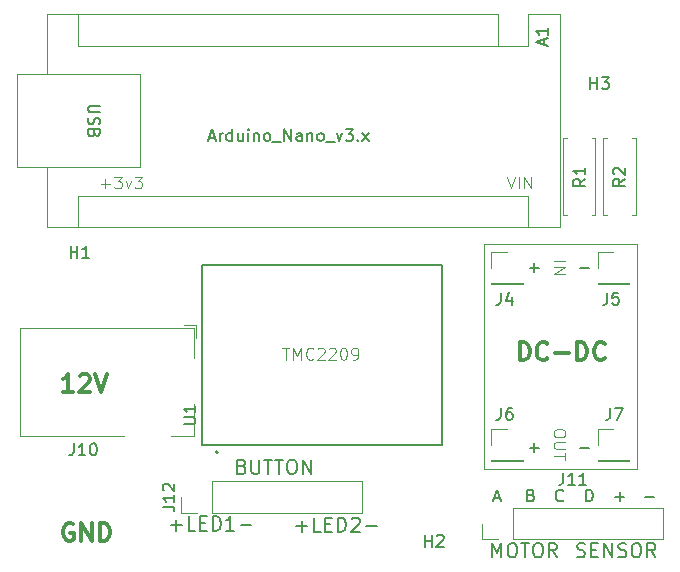
<source format=gbr>
%TF.GenerationSoftware,KiCad,Pcbnew,8.0.2*%
%TF.CreationDate,2024-05-31T10:43:30+02:00*%
%TF.ProjectId,LTS_Spooler,4c54535f-5370-46f6-9f6c-65722e6b6963,rev?*%
%TF.SameCoordinates,Original*%
%TF.FileFunction,Legend,Top*%
%TF.FilePolarity,Positive*%
%FSLAX46Y46*%
G04 Gerber Fmt 4.6, Leading zero omitted, Abs format (unit mm)*
G04 Created by KiCad (PCBNEW 8.0.2) date 2024-05-31 10:43:30*
%MOMM*%
%LPD*%
G01*
G04 APERTURE LIST*
%ADD10C,0.100000*%
%ADD11C,0.200000*%
%ADD12C,0.300000*%
%ADD13C,0.150000*%
%ADD14C,0.120000*%
%ADD15C,0.127000*%
G04 APERTURE END LIST*
D10*
X58127580Y-35553884D02*
X59127580Y-35553884D01*
X58127580Y-36030074D02*
X59127580Y-36030074D01*
X59127580Y-36030074D02*
X58127580Y-36601502D01*
X58127580Y-36601502D02*
X59127580Y-36601502D01*
X59127580Y-49994360D02*
X59127580Y-50184836D01*
X59127580Y-50184836D02*
X59079961Y-50280074D01*
X59079961Y-50280074D02*
X58984723Y-50375312D01*
X58984723Y-50375312D02*
X58794247Y-50422931D01*
X58794247Y-50422931D02*
X58460914Y-50422931D01*
X58460914Y-50422931D02*
X58270438Y-50375312D01*
X58270438Y-50375312D02*
X58175200Y-50280074D01*
X58175200Y-50280074D02*
X58127580Y-50184836D01*
X58127580Y-50184836D02*
X58127580Y-49994360D01*
X58127580Y-49994360D02*
X58175200Y-49899122D01*
X58175200Y-49899122D02*
X58270438Y-49803884D01*
X58270438Y-49803884D02*
X58460914Y-49756265D01*
X58460914Y-49756265D02*
X58794247Y-49756265D01*
X58794247Y-49756265D02*
X58984723Y-49803884D01*
X58984723Y-49803884D02*
X59079961Y-49899122D01*
X59079961Y-49899122D02*
X59127580Y-49994360D01*
X59127580Y-50851503D02*
X58318057Y-50851503D01*
X58318057Y-50851503D02*
X58222819Y-50899122D01*
X58222819Y-50899122D02*
X58175200Y-50946741D01*
X58175200Y-50946741D02*
X58127580Y-51041979D01*
X58127580Y-51041979D02*
X58127580Y-51232455D01*
X58127580Y-51232455D02*
X58175200Y-51327693D01*
X58175200Y-51327693D02*
X58222819Y-51375312D01*
X58222819Y-51375312D02*
X58318057Y-51422931D01*
X58318057Y-51422931D02*
X59127580Y-51422931D01*
X59127580Y-51756265D02*
X59127580Y-52327693D01*
X58127580Y-52041979D02*
X59127580Y-52041979D01*
D11*
X65869673Y-55486266D02*
X66631578Y-55486266D01*
X63369673Y-55486266D02*
X64131578Y-55486266D01*
X63750625Y-55867219D02*
X63750625Y-55105314D01*
X60869673Y-55867219D02*
X60869673Y-54867219D01*
X60869673Y-54867219D02*
X61107768Y-54867219D01*
X61107768Y-54867219D02*
X61250625Y-54914838D01*
X61250625Y-54914838D02*
X61345863Y-55010076D01*
X61345863Y-55010076D02*
X61393482Y-55105314D01*
X61393482Y-55105314D02*
X61441101Y-55295790D01*
X61441101Y-55295790D02*
X61441101Y-55438647D01*
X61441101Y-55438647D02*
X61393482Y-55629123D01*
X61393482Y-55629123D02*
X61345863Y-55724361D01*
X61345863Y-55724361D02*
X61250625Y-55819600D01*
X61250625Y-55819600D02*
X61107768Y-55867219D01*
X61107768Y-55867219D02*
X60869673Y-55867219D01*
X58941101Y-55771980D02*
X58893482Y-55819600D01*
X58893482Y-55819600D02*
X58750625Y-55867219D01*
X58750625Y-55867219D02*
X58655387Y-55867219D01*
X58655387Y-55867219D02*
X58512530Y-55819600D01*
X58512530Y-55819600D02*
X58417292Y-55724361D01*
X58417292Y-55724361D02*
X58369673Y-55629123D01*
X58369673Y-55629123D02*
X58322054Y-55438647D01*
X58322054Y-55438647D02*
X58322054Y-55295790D01*
X58322054Y-55295790D02*
X58369673Y-55105314D01*
X58369673Y-55105314D02*
X58417292Y-55010076D01*
X58417292Y-55010076D02*
X58512530Y-54914838D01*
X58512530Y-54914838D02*
X58655387Y-54867219D01*
X58655387Y-54867219D02*
X58750625Y-54867219D01*
X58750625Y-54867219D02*
X58893482Y-54914838D01*
X58893482Y-54914838D02*
X58941101Y-54962457D01*
X56203006Y-55343409D02*
X56345863Y-55391028D01*
X56345863Y-55391028D02*
X56393482Y-55438647D01*
X56393482Y-55438647D02*
X56441101Y-55533885D01*
X56441101Y-55533885D02*
X56441101Y-55676742D01*
X56441101Y-55676742D02*
X56393482Y-55771980D01*
X56393482Y-55771980D02*
X56345863Y-55819600D01*
X56345863Y-55819600D02*
X56250625Y-55867219D01*
X56250625Y-55867219D02*
X55869673Y-55867219D01*
X55869673Y-55867219D02*
X55869673Y-54867219D01*
X55869673Y-54867219D02*
X56203006Y-54867219D01*
X56203006Y-54867219D02*
X56298244Y-54914838D01*
X56298244Y-54914838D02*
X56345863Y-54962457D01*
X56345863Y-54962457D02*
X56393482Y-55057695D01*
X56393482Y-55057695D02*
X56393482Y-55152933D01*
X56393482Y-55152933D02*
X56345863Y-55248171D01*
X56345863Y-55248171D02*
X56298244Y-55295790D01*
X56298244Y-55295790D02*
X56203006Y-55343409D01*
X56203006Y-55343409D02*
X55869673Y-55343409D01*
X53072054Y-55581504D02*
X53548244Y-55581504D01*
X52976816Y-55867219D02*
X53310149Y-54867219D01*
X53310149Y-54867219D02*
X53643482Y-55867219D01*
D12*
X17440225Y-57772257D02*
X17297368Y-57700828D01*
X17297368Y-57700828D02*
X17083082Y-57700828D01*
X17083082Y-57700828D02*
X16868796Y-57772257D01*
X16868796Y-57772257D02*
X16725939Y-57915114D01*
X16725939Y-57915114D02*
X16654510Y-58057971D01*
X16654510Y-58057971D02*
X16583082Y-58343685D01*
X16583082Y-58343685D02*
X16583082Y-58557971D01*
X16583082Y-58557971D02*
X16654510Y-58843685D01*
X16654510Y-58843685D02*
X16725939Y-58986542D01*
X16725939Y-58986542D02*
X16868796Y-59129400D01*
X16868796Y-59129400D02*
X17083082Y-59200828D01*
X17083082Y-59200828D02*
X17225939Y-59200828D01*
X17225939Y-59200828D02*
X17440225Y-59129400D01*
X17440225Y-59129400D02*
X17511653Y-59057971D01*
X17511653Y-59057971D02*
X17511653Y-58557971D01*
X17511653Y-58557971D02*
X17225939Y-58557971D01*
X18154510Y-59200828D02*
X18154510Y-57700828D01*
X18154510Y-57700828D02*
X19011653Y-59200828D01*
X19011653Y-59200828D02*
X19011653Y-57700828D01*
X19725939Y-59200828D02*
X19725939Y-57700828D01*
X19725939Y-57700828D02*
X20083082Y-57700828D01*
X20083082Y-57700828D02*
X20297368Y-57772257D01*
X20297368Y-57772257D02*
X20440225Y-57915114D01*
X20440225Y-57915114D02*
X20511654Y-58057971D01*
X20511654Y-58057971D02*
X20583082Y-58343685D01*
X20583082Y-58343685D02*
X20583082Y-58557971D01*
X20583082Y-58557971D02*
X20511654Y-58843685D01*
X20511654Y-58843685D02*
X20440225Y-58986542D01*
X20440225Y-58986542D02*
X20297368Y-59129400D01*
X20297368Y-59129400D02*
X20083082Y-59200828D01*
X20083082Y-59200828D02*
X19725939Y-59200828D01*
X17440225Y-46600828D02*
X16583082Y-46600828D01*
X17011653Y-46600828D02*
X17011653Y-45100828D01*
X17011653Y-45100828D02*
X16868796Y-45315114D01*
X16868796Y-45315114D02*
X16725939Y-45457971D01*
X16725939Y-45457971D02*
X16583082Y-45529400D01*
X18011653Y-45243685D02*
X18083081Y-45172257D01*
X18083081Y-45172257D02*
X18225939Y-45100828D01*
X18225939Y-45100828D02*
X18583081Y-45100828D01*
X18583081Y-45100828D02*
X18725939Y-45172257D01*
X18725939Y-45172257D02*
X18797367Y-45243685D01*
X18797367Y-45243685D02*
X18868796Y-45386542D01*
X18868796Y-45386542D02*
X18868796Y-45529400D01*
X18868796Y-45529400D02*
X18797367Y-45743685D01*
X18797367Y-45743685D02*
X17940224Y-46600828D01*
X17940224Y-46600828D02*
X18868796Y-46600828D01*
X19297367Y-45100828D02*
X19797367Y-46600828D01*
X19797367Y-46600828D02*
X20297367Y-45100828D01*
D11*
X31737292Y-52914171D02*
X31908720Y-52971314D01*
X31908720Y-52971314D02*
X31965863Y-53028457D01*
X31965863Y-53028457D02*
X32023006Y-53142742D01*
X32023006Y-53142742D02*
X32023006Y-53314171D01*
X32023006Y-53314171D02*
X31965863Y-53428457D01*
X31965863Y-53428457D02*
X31908720Y-53485600D01*
X31908720Y-53485600D02*
X31794435Y-53542742D01*
X31794435Y-53542742D02*
X31337292Y-53542742D01*
X31337292Y-53542742D02*
X31337292Y-52342742D01*
X31337292Y-52342742D02*
X31737292Y-52342742D01*
X31737292Y-52342742D02*
X31851578Y-52399885D01*
X31851578Y-52399885D02*
X31908720Y-52457028D01*
X31908720Y-52457028D02*
X31965863Y-52571314D01*
X31965863Y-52571314D02*
X31965863Y-52685600D01*
X31965863Y-52685600D02*
X31908720Y-52799885D01*
X31908720Y-52799885D02*
X31851578Y-52857028D01*
X31851578Y-52857028D02*
X31737292Y-52914171D01*
X31737292Y-52914171D02*
X31337292Y-52914171D01*
X32537292Y-52342742D02*
X32537292Y-53314171D01*
X32537292Y-53314171D02*
X32594435Y-53428457D01*
X32594435Y-53428457D02*
X32651578Y-53485600D01*
X32651578Y-53485600D02*
X32765863Y-53542742D01*
X32765863Y-53542742D02*
X32994435Y-53542742D01*
X32994435Y-53542742D02*
X33108720Y-53485600D01*
X33108720Y-53485600D02*
X33165863Y-53428457D01*
X33165863Y-53428457D02*
X33223006Y-53314171D01*
X33223006Y-53314171D02*
X33223006Y-52342742D01*
X33623006Y-52342742D02*
X34308721Y-52342742D01*
X33965863Y-53542742D02*
X33965863Y-52342742D01*
X34537292Y-52342742D02*
X35223007Y-52342742D01*
X34880149Y-53542742D02*
X34880149Y-52342742D01*
X35851578Y-52342742D02*
X36080150Y-52342742D01*
X36080150Y-52342742D02*
X36194435Y-52399885D01*
X36194435Y-52399885D02*
X36308721Y-52514171D01*
X36308721Y-52514171D02*
X36365864Y-52742742D01*
X36365864Y-52742742D02*
X36365864Y-53142742D01*
X36365864Y-53142742D02*
X36308721Y-53371314D01*
X36308721Y-53371314D02*
X36194435Y-53485600D01*
X36194435Y-53485600D02*
X36080150Y-53542742D01*
X36080150Y-53542742D02*
X35851578Y-53542742D01*
X35851578Y-53542742D02*
X35737293Y-53485600D01*
X35737293Y-53485600D02*
X35623007Y-53371314D01*
X35623007Y-53371314D02*
X35565864Y-53142742D01*
X35565864Y-53142742D02*
X35565864Y-52742742D01*
X35565864Y-52742742D02*
X35623007Y-52514171D01*
X35623007Y-52514171D02*
X35737293Y-52399885D01*
X35737293Y-52399885D02*
X35851578Y-52342742D01*
X36880150Y-53542742D02*
X36880150Y-52342742D01*
X36880150Y-52342742D02*
X37565864Y-53542742D01*
X37565864Y-53542742D02*
X37565864Y-52342742D01*
X36337292Y-57985600D02*
X37251578Y-57985600D01*
X36794435Y-58442742D02*
X36794435Y-57528457D01*
X38394434Y-58442742D02*
X37823006Y-58442742D01*
X37823006Y-58442742D02*
X37823006Y-57242742D01*
X38794435Y-57814171D02*
X39194435Y-57814171D01*
X39365863Y-58442742D02*
X38794435Y-58442742D01*
X38794435Y-58442742D02*
X38794435Y-57242742D01*
X38794435Y-57242742D02*
X39365863Y-57242742D01*
X39880149Y-58442742D02*
X39880149Y-57242742D01*
X39880149Y-57242742D02*
X40165863Y-57242742D01*
X40165863Y-57242742D02*
X40337292Y-57299885D01*
X40337292Y-57299885D02*
X40451577Y-57414171D01*
X40451577Y-57414171D02*
X40508720Y-57528457D01*
X40508720Y-57528457D02*
X40565863Y-57757028D01*
X40565863Y-57757028D02*
X40565863Y-57928457D01*
X40565863Y-57928457D02*
X40508720Y-58157028D01*
X40508720Y-58157028D02*
X40451577Y-58271314D01*
X40451577Y-58271314D02*
X40337292Y-58385600D01*
X40337292Y-58385600D02*
X40165863Y-58442742D01*
X40165863Y-58442742D02*
X39880149Y-58442742D01*
X41023006Y-57357028D02*
X41080149Y-57299885D01*
X41080149Y-57299885D02*
X41194435Y-57242742D01*
X41194435Y-57242742D02*
X41480149Y-57242742D01*
X41480149Y-57242742D02*
X41594435Y-57299885D01*
X41594435Y-57299885D02*
X41651577Y-57357028D01*
X41651577Y-57357028D02*
X41708720Y-57471314D01*
X41708720Y-57471314D02*
X41708720Y-57585600D01*
X41708720Y-57585600D02*
X41651577Y-57757028D01*
X41651577Y-57757028D02*
X40965863Y-58442742D01*
X40965863Y-58442742D02*
X41708720Y-58442742D01*
X42223006Y-57985600D02*
X43137292Y-57985600D01*
X25737292Y-57885600D02*
X26651578Y-57885600D01*
X26194435Y-58342742D02*
X26194435Y-57428457D01*
X27794434Y-58342742D02*
X27223006Y-58342742D01*
X27223006Y-58342742D02*
X27223006Y-57142742D01*
X28194435Y-57714171D02*
X28594435Y-57714171D01*
X28765863Y-58342742D02*
X28194435Y-58342742D01*
X28194435Y-58342742D02*
X28194435Y-57142742D01*
X28194435Y-57142742D02*
X28765863Y-57142742D01*
X29280149Y-58342742D02*
X29280149Y-57142742D01*
X29280149Y-57142742D02*
X29565863Y-57142742D01*
X29565863Y-57142742D02*
X29737292Y-57199885D01*
X29737292Y-57199885D02*
X29851577Y-57314171D01*
X29851577Y-57314171D02*
X29908720Y-57428457D01*
X29908720Y-57428457D02*
X29965863Y-57657028D01*
X29965863Y-57657028D02*
X29965863Y-57828457D01*
X29965863Y-57828457D02*
X29908720Y-58057028D01*
X29908720Y-58057028D02*
X29851577Y-58171314D01*
X29851577Y-58171314D02*
X29737292Y-58285600D01*
X29737292Y-58285600D02*
X29565863Y-58342742D01*
X29565863Y-58342742D02*
X29280149Y-58342742D01*
X31108720Y-58342742D02*
X30423006Y-58342742D01*
X30765863Y-58342742D02*
X30765863Y-57142742D01*
X30765863Y-57142742D02*
X30651577Y-57314171D01*
X30651577Y-57314171D02*
X30537292Y-57428457D01*
X30537292Y-57428457D02*
X30423006Y-57485600D01*
X31623006Y-57885600D02*
X32537292Y-57885600D01*
X52917292Y-60592742D02*
X52917292Y-59392742D01*
X52917292Y-59392742D02*
X53317292Y-60249885D01*
X53317292Y-60249885D02*
X53717292Y-59392742D01*
X53717292Y-59392742D02*
X53717292Y-60592742D01*
X54517292Y-59392742D02*
X54745864Y-59392742D01*
X54745864Y-59392742D02*
X54860149Y-59449885D01*
X54860149Y-59449885D02*
X54974435Y-59564171D01*
X54974435Y-59564171D02*
X55031578Y-59792742D01*
X55031578Y-59792742D02*
X55031578Y-60192742D01*
X55031578Y-60192742D02*
X54974435Y-60421314D01*
X54974435Y-60421314D02*
X54860149Y-60535600D01*
X54860149Y-60535600D02*
X54745864Y-60592742D01*
X54745864Y-60592742D02*
X54517292Y-60592742D01*
X54517292Y-60592742D02*
X54403007Y-60535600D01*
X54403007Y-60535600D02*
X54288721Y-60421314D01*
X54288721Y-60421314D02*
X54231578Y-60192742D01*
X54231578Y-60192742D02*
X54231578Y-59792742D01*
X54231578Y-59792742D02*
X54288721Y-59564171D01*
X54288721Y-59564171D02*
X54403007Y-59449885D01*
X54403007Y-59449885D02*
X54517292Y-59392742D01*
X55374435Y-59392742D02*
X56060150Y-59392742D01*
X55717292Y-60592742D02*
X55717292Y-59392742D01*
X56688721Y-59392742D02*
X56917293Y-59392742D01*
X56917293Y-59392742D02*
X57031578Y-59449885D01*
X57031578Y-59449885D02*
X57145864Y-59564171D01*
X57145864Y-59564171D02*
X57203007Y-59792742D01*
X57203007Y-59792742D02*
X57203007Y-60192742D01*
X57203007Y-60192742D02*
X57145864Y-60421314D01*
X57145864Y-60421314D02*
X57031578Y-60535600D01*
X57031578Y-60535600D02*
X56917293Y-60592742D01*
X56917293Y-60592742D02*
X56688721Y-60592742D01*
X56688721Y-60592742D02*
X56574436Y-60535600D01*
X56574436Y-60535600D02*
X56460150Y-60421314D01*
X56460150Y-60421314D02*
X56403007Y-60192742D01*
X56403007Y-60192742D02*
X56403007Y-59792742D01*
X56403007Y-59792742D02*
X56460150Y-59564171D01*
X56460150Y-59564171D02*
X56574436Y-59449885D01*
X56574436Y-59449885D02*
X56688721Y-59392742D01*
X58403007Y-60592742D02*
X58003007Y-60021314D01*
X57717293Y-60592742D02*
X57717293Y-59392742D01*
X57717293Y-59392742D02*
X58174436Y-59392742D01*
X58174436Y-59392742D02*
X58288721Y-59449885D01*
X58288721Y-59449885D02*
X58345864Y-59507028D01*
X58345864Y-59507028D02*
X58403007Y-59621314D01*
X58403007Y-59621314D02*
X58403007Y-59792742D01*
X58403007Y-59792742D02*
X58345864Y-59907028D01*
X58345864Y-59907028D02*
X58288721Y-59964171D01*
X58288721Y-59964171D02*
X58174436Y-60021314D01*
X58174436Y-60021314D02*
X57717293Y-60021314D01*
X60110149Y-60535600D02*
X60281578Y-60592742D01*
X60281578Y-60592742D02*
X60567292Y-60592742D01*
X60567292Y-60592742D02*
X60681578Y-60535600D01*
X60681578Y-60535600D02*
X60738720Y-60478457D01*
X60738720Y-60478457D02*
X60795863Y-60364171D01*
X60795863Y-60364171D02*
X60795863Y-60249885D01*
X60795863Y-60249885D02*
X60738720Y-60135600D01*
X60738720Y-60135600D02*
X60681578Y-60078457D01*
X60681578Y-60078457D02*
X60567292Y-60021314D01*
X60567292Y-60021314D02*
X60338720Y-59964171D01*
X60338720Y-59964171D02*
X60224435Y-59907028D01*
X60224435Y-59907028D02*
X60167292Y-59849885D01*
X60167292Y-59849885D02*
X60110149Y-59735600D01*
X60110149Y-59735600D02*
X60110149Y-59621314D01*
X60110149Y-59621314D02*
X60167292Y-59507028D01*
X60167292Y-59507028D02*
X60224435Y-59449885D01*
X60224435Y-59449885D02*
X60338720Y-59392742D01*
X60338720Y-59392742D02*
X60624435Y-59392742D01*
X60624435Y-59392742D02*
X60795863Y-59449885D01*
X61310149Y-59964171D02*
X61710149Y-59964171D01*
X61881577Y-60592742D02*
X61310149Y-60592742D01*
X61310149Y-60592742D02*
X61310149Y-59392742D01*
X61310149Y-59392742D02*
X61881577Y-59392742D01*
X62395863Y-60592742D02*
X62395863Y-59392742D01*
X62395863Y-59392742D02*
X63081577Y-60592742D01*
X63081577Y-60592742D02*
X63081577Y-59392742D01*
X63595863Y-60535600D02*
X63767292Y-60592742D01*
X63767292Y-60592742D02*
X64053006Y-60592742D01*
X64053006Y-60592742D02*
X64167292Y-60535600D01*
X64167292Y-60535600D02*
X64224434Y-60478457D01*
X64224434Y-60478457D02*
X64281577Y-60364171D01*
X64281577Y-60364171D02*
X64281577Y-60249885D01*
X64281577Y-60249885D02*
X64224434Y-60135600D01*
X64224434Y-60135600D02*
X64167292Y-60078457D01*
X64167292Y-60078457D02*
X64053006Y-60021314D01*
X64053006Y-60021314D02*
X63824434Y-59964171D01*
X63824434Y-59964171D02*
X63710149Y-59907028D01*
X63710149Y-59907028D02*
X63653006Y-59849885D01*
X63653006Y-59849885D02*
X63595863Y-59735600D01*
X63595863Y-59735600D02*
X63595863Y-59621314D01*
X63595863Y-59621314D02*
X63653006Y-59507028D01*
X63653006Y-59507028D02*
X63710149Y-59449885D01*
X63710149Y-59449885D02*
X63824434Y-59392742D01*
X63824434Y-59392742D02*
X64110149Y-59392742D01*
X64110149Y-59392742D02*
X64281577Y-59449885D01*
X65024434Y-59392742D02*
X65253006Y-59392742D01*
X65253006Y-59392742D02*
X65367291Y-59449885D01*
X65367291Y-59449885D02*
X65481577Y-59564171D01*
X65481577Y-59564171D02*
X65538720Y-59792742D01*
X65538720Y-59792742D02*
X65538720Y-60192742D01*
X65538720Y-60192742D02*
X65481577Y-60421314D01*
X65481577Y-60421314D02*
X65367291Y-60535600D01*
X65367291Y-60535600D02*
X65253006Y-60592742D01*
X65253006Y-60592742D02*
X65024434Y-60592742D01*
X65024434Y-60592742D02*
X64910149Y-60535600D01*
X64910149Y-60535600D02*
X64795863Y-60421314D01*
X64795863Y-60421314D02*
X64738720Y-60192742D01*
X64738720Y-60192742D02*
X64738720Y-59792742D01*
X64738720Y-59792742D02*
X64795863Y-59564171D01*
X64795863Y-59564171D02*
X64910149Y-59449885D01*
X64910149Y-59449885D02*
X65024434Y-59392742D01*
X66738720Y-60592742D02*
X66338720Y-60021314D01*
X66053006Y-60592742D02*
X66053006Y-59392742D01*
X66053006Y-59392742D02*
X66510149Y-59392742D01*
X66510149Y-59392742D02*
X66624434Y-59449885D01*
X66624434Y-59449885D02*
X66681577Y-59507028D01*
X66681577Y-59507028D02*
X66738720Y-59621314D01*
X66738720Y-59621314D02*
X66738720Y-59792742D01*
X66738720Y-59792742D02*
X66681577Y-59907028D01*
X66681577Y-59907028D02*
X66624434Y-59964171D01*
X66624434Y-59964171D02*
X66510149Y-60021314D01*
X66510149Y-60021314D02*
X66053006Y-60021314D01*
D10*
X35161027Y-42872419D02*
X35732455Y-42872419D01*
X35446741Y-43872419D02*
X35446741Y-42872419D01*
X36065789Y-43872419D02*
X36065789Y-42872419D01*
X36065789Y-42872419D02*
X36399122Y-43586704D01*
X36399122Y-43586704D02*
X36732455Y-42872419D01*
X36732455Y-42872419D02*
X36732455Y-43872419D01*
X37780074Y-43777180D02*
X37732455Y-43824800D01*
X37732455Y-43824800D02*
X37589598Y-43872419D01*
X37589598Y-43872419D02*
X37494360Y-43872419D01*
X37494360Y-43872419D02*
X37351503Y-43824800D01*
X37351503Y-43824800D02*
X37256265Y-43729561D01*
X37256265Y-43729561D02*
X37208646Y-43634323D01*
X37208646Y-43634323D02*
X37161027Y-43443847D01*
X37161027Y-43443847D02*
X37161027Y-43300990D01*
X37161027Y-43300990D02*
X37208646Y-43110514D01*
X37208646Y-43110514D02*
X37256265Y-43015276D01*
X37256265Y-43015276D02*
X37351503Y-42920038D01*
X37351503Y-42920038D02*
X37494360Y-42872419D01*
X37494360Y-42872419D02*
X37589598Y-42872419D01*
X37589598Y-42872419D02*
X37732455Y-42920038D01*
X37732455Y-42920038D02*
X37780074Y-42967657D01*
X38161027Y-42967657D02*
X38208646Y-42920038D01*
X38208646Y-42920038D02*
X38303884Y-42872419D01*
X38303884Y-42872419D02*
X38541979Y-42872419D01*
X38541979Y-42872419D02*
X38637217Y-42920038D01*
X38637217Y-42920038D02*
X38684836Y-42967657D01*
X38684836Y-42967657D02*
X38732455Y-43062895D01*
X38732455Y-43062895D02*
X38732455Y-43158133D01*
X38732455Y-43158133D02*
X38684836Y-43300990D01*
X38684836Y-43300990D02*
X38113408Y-43872419D01*
X38113408Y-43872419D02*
X38732455Y-43872419D01*
X39113408Y-42967657D02*
X39161027Y-42920038D01*
X39161027Y-42920038D02*
X39256265Y-42872419D01*
X39256265Y-42872419D02*
X39494360Y-42872419D01*
X39494360Y-42872419D02*
X39589598Y-42920038D01*
X39589598Y-42920038D02*
X39637217Y-42967657D01*
X39637217Y-42967657D02*
X39684836Y-43062895D01*
X39684836Y-43062895D02*
X39684836Y-43158133D01*
X39684836Y-43158133D02*
X39637217Y-43300990D01*
X39637217Y-43300990D02*
X39065789Y-43872419D01*
X39065789Y-43872419D02*
X39684836Y-43872419D01*
X40303884Y-42872419D02*
X40399122Y-42872419D01*
X40399122Y-42872419D02*
X40494360Y-42920038D01*
X40494360Y-42920038D02*
X40541979Y-42967657D01*
X40541979Y-42967657D02*
X40589598Y-43062895D01*
X40589598Y-43062895D02*
X40637217Y-43253371D01*
X40637217Y-43253371D02*
X40637217Y-43491466D01*
X40637217Y-43491466D02*
X40589598Y-43681942D01*
X40589598Y-43681942D02*
X40541979Y-43777180D01*
X40541979Y-43777180D02*
X40494360Y-43824800D01*
X40494360Y-43824800D02*
X40399122Y-43872419D01*
X40399122Y-43872419D02*
X40303884Y-43872419D01*
X40303884Y-43872419D02*
X40208646Y-43824800D01*
X40208646Y-43824800D02*
X40161027Y-43777180D01*
X40161027Y-43777180D02*
X40113408Y-43681942D01*
X40113408Y-43681942D02*
X40065789Y-43491466D01*
X40065789Y-43491466D02*
X40065789Y-43253371D01*
X40065789Y-43253371D02*
X40113408Y-43062895D01*
X40113408Y-43062895D02*
X40161027Y-42967657D01*
X40161027Y-42967657D02*
X40208646Y-42920038D01*
X40208646Y-42920038D02*
X40303884Y-42872419D01*
X41113408Y-43872419D02*
X41303884Y-43872419D01*
X41303884Y-43872419D02*
X41399122Y-43824800D01*
X41399122Y-43824800D02*
X41446741Y-43777180D01*
X41446741Y-43777180D02*
X41541979Y-43634323D01*
X41541979Y-43634323D02*
X41589598Y-43443847D01*
X41589598Y-43443847D02*
X41589598Y-43062895D01*
X41589598Y-43062895D02*
X41541979Y-42967657D01*
X41541979Y-42967657D02*
X41494360Y-42920038D01*
X41494360Y-42920038D02*
X41399122Y-42872419D01*
X41399122Y-42872419D02*
X41208646Y-42872419D01*
X41208646Y-42872419D02*
X41113408Y-42920038D01*
X41113408Y-42920038D02*
X41065789Y-42967657D01*
X41065789Y-42967657D02*
X41018170Y-43062895D01*
X41018170Y-43062895D02*
X41018170Y-43300990D01*
X41018170Y-43300990D02*
X41065789Y-43396228D01*
X41065789Y-43396228D02*
X41113408Y-43443847D01*
X41113408Y-43443847D02*
X41208646Y-43491466D01*
X41208646Y-43491466D02*
X41399122Y-43491466D01*
X41399122Y-43491466D02*
X41494360Y-43443847D01*
X41494360Y-43443847D02*
X41541979Y-43396228D01*
X41541979Y-43396228D02*
X41589598Y-43300990D01*
X19803884Y-28991466D02*
X20565789Y-28991466D01*
X20184836Y-29372419D02*
X20184836Y-28610514D01*
X20946741Y-28372419D02*
X21565788Y-28372419D01*
X21565788Y-28372419D02*
X21232455Y-28753371D01*
X21232455Y-28753371D02*
X21375312Y-28753371D01*
X21375312Y-28753371D02*
X21470550Y-28800990D01*
X21470550Y-28800990D02*
X21518169Y-28848609D01*
X21518169Y-28848609D02*
X21565788Y-28943847D01*
X21565788Y-28943847D02*
X21565788Y-29181942D01*
X21565788Y-29181942D02*
X21518169Y-29277180D01*
X21518169Y-29277180D02*
X21470550Y-29324800D01*
X21470550Y-29324800D02*
X21375312Y-29372419D01*
X21375312Y-29372419D02*
X21089598Y-29372419D01*
X21089598Y-29372419D02*
X20994360Y-29324800D01*
X20994360Y-29324800D02*
X20946741Y-29277180D01*
X21899122Y-28705752D02*
X22137217Y-29372419D01*
X22137217Y-29372419D02*
X22375312Y-28705752D01*
X22661027Y-28372419D02*
X23280074Y-28372419D01*
X23280074Y-28372419D02*
X22946741Y-28753371D01*
X22946741Y-28753371D02*
X23089598Y-28753371D01*
X23089598Y-28753371D02*
X23184836Y-28800990D01*
X23184836Y-28800990D02*
X23232455Y-28848609D01*
X23232455Y-28848609D02*
X23280074Y-28943847D01*
X23280074Y-28943847D02*
X23280074Y-29181942D01*
X23280074Y-29181942D02*
X23232455Y-29277180D01*
X23232455Y-29277180D02*
X23184836Y-29324800D01*
X23184836Y-29324800D02*
X23089598Y-29372419D01*
X23089598Y-29372419D02*
X22803884Y-29372419D01*
X22803884Y-29372419D02*
X22708646Y-29324800D01*
X22708646Y-29324800D02*
X22661027Y-29277180D01*
X54161027Y-28372419D02*
X54494360Y-29372419D01*
X54494360Y-29372419D02*
X54827693Y-28372419D01*
X55161027Y-29372419D02*
X55161027Y-28372419D01*
X55637217Y-29372419D02*
X55637217Y-28372419D01*
X55637217Y-28372419D02*
X56208645Y-29372419D01*
X56208645Y-29372419D02*
X56208645Y-28372419D01*
X52200000Y-34100000D02*
X65200000Y-34100000D01*
X65200000Y-53100000D01*
X52200000Y-53100000D01*
X52200000Y-34100000D01*
D12*
X55254510Y-43900828D02*
X55254510Y-42400828D01*
X55254510Y-42400828D02*
X55611653Y-42400828D01*
X55611653Y-42400828D02*
X55825939Y-42472257D01*
X55825939Y-42472257D02*
X55968796Y-42615114D01*
X55968796Y-42615114D02*
X56040225Y-42757971D01*
X56040225Y-42757971D02*
X56111653Y-43043685D01*
X56111653Y-43043685D02*
X56111653Y-43257971D01*
X56111653Y-43257971D02*
X56040225Y-43543685D01*
X56040225Y-43543685D02*
X55968796Y-43686542D01*
X55968796Y-43686542D02*
X55825939Y-43829400D01*
X55825939Y-43829400D02*
X55611653Y-43900828D01*
X55611653Y-43900828D02*
X55254510Y-43900828D01*
X57611653Y-43757971D02*
X57540225Y-43829400D01*
X57540225Y-43829400D02*
X57325939Y-43900828D01*
X57325939Y-43900828D02*
X57183082Y-43900828D01*
X57183082Y-43900828D02*
X56968796Y-43829400D01*
X56968796Y-43829400D02*
X56825939Y-43686542D01*
X56825939Y-43686542D02*
X56754510Y-43543685D01*
X56754510Y-43543685D02*
X56683082Y-43257971D01*
X56683082Y-43257971D02*
X56683082Y-43043685D01*
X56683082Y-43043685D02*
X56754510Y-42757971D01*
X56754510Y-42757971D02*
X56825939Y-42615114D01*
X56825939Y-42615114D02*
X56968796Y-42472257D01*
X56968796Y-42472257D02*
X57183082Y-42400828D01*
X57183082Y-42400828D02*
X57325939Y-42400828D01*
X57325939Y-42400828D02*
X57540225Y-42472257D01*
X57540225Y-42472257D02*
X57611653Y-42543685D01*
X58254510Y-43329400D02*
X59397368Y-43329400D01*
X60111653Y-43900828D02*
X60111653Y-42400828D01*
X60111653Y-42400828D02*
X60468796Y-42400828D01*
X60468796Y-42400828D02*
X60683082Y-42472257D01*
X60683082Y-42472257D02*
X60825939Y-42615114D01*
X60825939Y-42615114D02*
X60897368Y-42757971D01*
X60897368Y-42757971D02*
X60968796Y-43043685D01*
X60968796Y-43043685D02*
X60968796Y-43257971D01*
X60968796Y-43257971D02*
X60897368Y-43543685D01*
X60897368Y-43543685D02*
X60825939Y-43686542D01*
X60825939Y-43686542D02*
X60683082Y-43829400D01*
X60683082Y-43829400D02*
X60468796Y-43900828D01*
X60468796Y-43900828D02*
X60111653Y-43900828D01*
X62468796Y-43757971D02*
X62397368Y-43829400D01*
X62397368Y-43829400D02*
X62183082Y-43900828D01*
X62183082Y-43900828D02*
X62040225Y-43900828D01*
X62040225Y-43900828D02*
X61825939Y-43829400D01*
X61825939Y-43829400D02*
X61683082Y-43686542D01*
X61683082Y-43686542D02*
X61611653Y-43543685D01*
X61611653Y-43543685D02*
X61540225Y-43257971D01*
X61540225Y-43257971D02*
X61540225Y-43043685D01*
X61540225Y-43043685D02*
X61611653Y-42757971D01*
X61611653Y-42757971D02*
X61683082Y-42615114D01*
X61683082Y-42615114D02*
X61825939Y-42472257D01*
X61825939Y-42472257D02*
X62040225Y-42400828D01*
X62040225Y-42400828D02*
X62183082Y-42400828D01*
X62183082Y-42400828D02*
X62397368Y-42472257D01*
X62397368Y-42472257D02*
X62468796Y-42543685D01*
D13*
X17490476Y-50954819D02*
X17490476Y-51669104D01*
X17490476Y-51669104D02*
X17442857Y-51811961D01*
X17442857Y-51811961D02*
X17347619Y-51907200D01*
X17347619Y-51907200D02*
X17204762Y-51954819D01*
X17204762Y-51954819D02*
X17109524Y-51954819D01*
X18490476Y-51954819D02*
X17919048Y-51954819D01*
X18204762Y-51954819D02*
X18204762Y-50954819D01*
X18204762Y-50954819D02*
X18109524Y-51097676D01*
X18109524Y-51097676D02*
X18014286Y-51192914D01*
X18014286Y-51192914D02*
X17919048Y-51240533D01*
X19109524Y-50954819D02*
X19204762Y-50954819D01*
X19204762Y-50954819D02*
X19300000Y-51002438D01*
X19300000Y-51002438D02*
X19347619Y-51050057D01*
X19347619Y-51050057D02*
X19395238Y-51145295D01*
X19395238Y-51145295D02*
X19442857Y-51335771D01*
X19442857Y-51335771D02*
X19442857Y-51573866D01*
X19442857Y-51573866D02*
X19395238Y-51764342D01*
X19395238Y-51764342D02*
X19347619Y-51859580D01*
X19347619Y-51859580D02*
X19300000Y-51907200D01*
X19300000Y-51907200D02*
X19204762Y-51954819D01*
X19204762Y-51954819D02*
X19109524Y-51954819D01*
X19109524Y-51954819D02*
X19014286Y-51907200D01*
X19014286Y-51907200D02*
X18966667Y-51859580D01*
X18966667Y-51859580D02*
X18919048Y-51764342D01*
X18919048Y-51764342D02*
X18871429Y-51573866D01*
X18871429Y-51573866D02*
X18871429Y-51335771D01*
X18871429Y-51335771D02*
X18919048Y-51145295D01*
X18919048Y-51145295D02*
X18966667Y-51050057D01*
X18966667Y-51050057D02*
X19014286Y-51002438D01*
X19014286Y-51002438D02*
X19109524Y-50954819D01*
X62916666Y-47954819D02*
X62916666Y-48669104D01*
X62916666Y-48669104D02*
X62869047Y-48811961D01*
X62869047Y-48811961D02*
X62773809Y-48907200D01*
X62773809Y-48907200D02*
X62630952Y-48954819D01*
X62630952Y-48954819D02*
X62535714Y-48954819D01*
X63297619Y-47954819D02*
X63964285Y-47954819D01*
X63964285Y-47954819D02*
X63535714Y-48954819D01*
X60369048Y-51323866D02*
X61130953Y-51323866D01*
X53666666Y-47954819D02*
X53666666Y-48669104D01*
X53666666Y-48669104D02*
X53619047Y-48811961D01*
X53619047Y-48811961D02*
X53523809Y-48907200D01*
X53523809Y-48907200D02*
X53380952Y-48954819D01*
X53380952Y-48954819D02*
X53285714Y-48954819D01*
X54571428Y-47954819D02*
X54380952Y-47954819D01*
X54380952Y-47954819D02*
X54285714Y-48002438D01*
X54285714Y-48002438D02*
X54238095Y-48050057D01*
X54238095Y-48050057D02*
X54142857Y-48192914D01*
X54142857Y-48192914D02*
X54095238Y-48383390D01*
X54095238Y-48383390D02*
X54095238Y-48764342D01*
X54095238Y-48764342D02*
X54142857Y-48859580D01*
X54142857Y-48859580D02*
X54190476Y-48907200D01*
X54190476Y-48907200D02*
X54285714Y-48954819D01*
X54285714Y-48954819D02*
X54476190Y-48954819D01*
X54476190Y-48954819D02*
X54571428Y-48907200D01*
X54571428Y-48907200D02*
X54619047Y-48859580D01*
X54619047Y-48859580D02*
X54666666Y-48764342D01*
X54666666Y-48764342D02*
X54666666Y-48526247D01*
X54666666Y-48526247D02*
X54619047Y-48431009D01*
X54619047Y-48431009D02*
X54571428Y-48383390D01*
X54571428Y-48383390D02*
X54476190Y-48335771D01*
X54476190Y-48335771D02*
X54285714Y-48335771D01*
X54285714Y-48335771D02*
X54190476Y-48383390D01*
X54190476Y-48383390D02*
X54142857Y-48431009D01*
X54142857Y-48431009D02*
X54095238Y-48526247D01*
X56119048Y-51323866D02*
X56880953Y-51323866D01*
X56500000Y-51704819D02*
X56500000Y-50942914D01*
X53666666Y-38204819D02*
X53666666Y-38919104D01*
X53666666Y-38919104D02*
X53619047Y-39061961D01*
X53619047Y-39061961D02*
X53523809Y-39157200D01*
X53523809Y-39157200D02*
X53380952Y-39204819D01*
X53380952Y-39204819D02*
X53285714Y-39204819D01*
X54571428Y-38538152D02*
X54571428Y-39204819D01*
X54333333Y-38157200D02*
X54095238Y-38871485D01*
X54095238Y-38871485D02*
X54714285Y-38871485D01*
X56119048Y-36073866D02*
X56880953Y-36073866D01*
X56500000Y-36454819D02*
X56500000Y-35692914D01*
X62666666Y-38204819D02*
X62666666Y-38919104D01*
X62666666Y-38919104D02*
X62619047Y-39061961D01*
X62619047Y-39061961D02*
X62523809Y-39157200D01*
X62523809Y-39157200D02*
X62380952Y-39204819D01*
X62380952Y-39204819D02*
X62285714Y-39204819D01*
X63619047Y-38204819D02*
X63142857Y-38204819D01*
X63142857Y-38204819D02*
X63095238Y-38681009D01*
X63095238Y-38681009D02*
X63142857Y-38633390D01*
X63142857Y-38633390D02*
X63238095Y-38585771D01*
X63238095Y-38585771D02*
X63476190Y-38585771D01*
X63476190Y-38585771D02*
X63571428Y-38633390D01*
X63571428Y-38633390D02*
X63619047Y-38681009D01*
X63619047Y-38681009D02*
X63666666Y-38776247D01*
X63666666Y-38776247D02*
X63666666Y-39014342D01*
X63666666Y-39014342D02*
X63619047Y-39109580D01*
X63619047Y-39109580D02*
X63571428Y-39157200D01*
X63571428Y-39157200D02*
X63476190Y-39204819D01*
X63476190Y-39204819D02*
X63238095Y-39204819D01*
X63238095Y-39204819D02*
X63142857Y-39157200D01*
X63142857Y-39157200D02*
X63095238Y-39109580D01*
X60369048Y-36073866D02*
X61130953Y-36073866D01*
X26799819Y-49336904D02*
X27609342Y-49336904D01*
X27609342Y-49336904D02*
X27704580Y-49289285D01*
X27704580Y-49289285D02*
X27752200Y-49241666D01*
X27752200Y-49241666D02*
X27799819Y-49146428D01*
X27799819Y-49146428D02*
X27799819Y-48955952D01*
X27799819Y-48955952D02*
X27752200Y-48860714D01*
X27752200Y-48860714D02*
X27704580Y-48813095D01*
X27704580Y-48813095D02*
X27609342Y-48765476D01*
X27609342Y-48765476D02*
X26799819Y-48765476D01*
X27799819Y-47765476D02*
X27799819Y-48336904D01*
X27799819Y-48051190D02*
X26799819Y-48051190D01*
X26799819Y-48051190D02*
X26942676Y-48146428D01*
X26942676Y-48146428D02*
X27037914Y-48241666D01*
X27037914Y-48241666D02*
X27085533Y-48336904D01*
X58940476Y-53454819D02*
X58940476Y-54169104D01*
X58940476Y-54169104D02*
X58892857Y-54311961D01*
X58892857Y-54311961D02*
X58797619Y-54407200D01*
X58797619Y-54407200D02*
X58654762Y-54454819D01*
X58654762Y-54454819D02*
X58559524Y-54454819D01*
X59940476Y-54454819D02*
X59369048Y-54454819D01*
X59654762Y-54454819D02*
X59654762Y-53454819D01*
X59654762Y-53454819D02*
X59559524Y-53597676D01*
X59559524Y-53597676D02*
X59464286Y-53692914D01*
X59464286Y-53692914D02*
X59369048Y-53740533D01*
X60892857Y-54454819D02*
X60321429Y-54454819D01*
X60607143Y-54454819D02*
X60607143Y-53454819D01*
X60607143Y-53454819D02*
X60511905Y-53597676D01*
X60511905Y-53597676D02*
X60416667Y-53692914D01*
X60416667Y-53692914D02*
X60321429Y-53740533D01*
X25024819Y-56309523D02*
X25739104Y-56309523D01*
X25739104Y-56309523D02*
X25881961Y-56357142D01*
X25881961Y-56357142D02*
X25977200Y-56452380D01*
X25977200Y-56452380D02*
X26024819Y-56595237D01*
X26024819Y-56595237D02*
X26024819Y-56690475D01*
X26024819Y-55309523D02*
X26024819Y-55880951D01*
X26024819Y-55595237D02*
X25024819Y-55595237D01*
X25024819Y-55595237D02*
X25167676Y-55690475D01*
X25167676Y-55690475D02*
X25262914Y-55785713D01*
X25262914Y-55785713D02*
X25310533Y-55880951D01*
X25120057Y-54928570D02*
X25072438Y-54880951D01*
X25072438Y-54880951D02*
X25024819Y-54785713D01*
X25024819Y-54785713D02*
X25024819Y-54547618D01*
X25024819Y-54547618D02*
X25072438Y-54452380D01*
X25072438Y-54452380D02*
X25120057Y-54404761D01*
X25120057Y-54404761D02*
X25215295Y-54357142D01*
X25215295Y-54357142D02*
X25310533Y-54357142D01*
X25310533Y-54357142D02*
X25453390Y-54404761D01*
X25453390Y-54404761D02*
X26024819Y-54976189D01*
X26024819Y-54976189D02*
X26024819Y-54357142D01*
X47238095Y-59704819D02*
X47238095Y-58704819D01*
X47238095Y-59181009D02*
X47809523Y-59181009D01*
X47809523Y-59704819D02*
X47809523Y-58704819D01*
X48238095Y-58800057D02*
X48285714Y-58752438D01*
X48285714Y-58752438D02*
X48380952Y-58704819D01*
X48380952Y-58704819D02*
X48619047Y-58704819D01*
X48619047Y-58704819D02*
X48714285Y-58752438D01*
X48714285Y-58752438D02*
X48761904Y-58800057D01*
X48761904Y-58800057D02*
X48809523Y-58895295D01*
X48809523Y-58895295D02*
X48809523Y-58990533D01*
X48809523Y-58990533D02*
X48761904Y-59133390D01*
X48761904Y-59133390D02*
X48190476Y-59704819D01*
X48190476Y-59704819D02*
X48809523Y-59704819D01*
X17238095Y-35254819D02*
X17238095Y-34254819D01*
X17238095Y-34731009D02*
X17809523Y-34731009D01*
X17809523Y-35254819D02*
X17809523Y-34254819D01*
X18809523Y-35254819D02*
X18238095Y-35254819D01*
X18523809Y-35254819D02*
X18523809Y-34254819D01*
X18523809Y-34254819D02*
X18428571Y-34397676D01*
X18428571Y-34397676D02*
X18333333Y-34492914D01*
X18333333Y-34492914D02*
X18238095Y-34540533D01*
X61238095Y-20954819D02*
X61238095Y-19954819D01*
X61238095Y-20431009D02*
X61809523Y-20431009D01*
X61809523Y-20954819D02*
X61809523Y-19954819D01*
X62190476Y-19954819D02*
X62809523Y-19954819D01*
X62809523Y-19954819D02*
X62476190Y-20335771D01*
X62476190Y-20335771D02*
X62619047Y-20335771D01*
X62619047Y-20335771D02*
X62714285Y-20383390D01*
X62714285Y-20383390D02*
X62761904Y-20431009D01*
X62761904Y-20431009D02*
X62809523Y-20526247D01*
X62809523Y-20526247D02*
X62809523Y-20764342D01*
X62809523Y-20764342D02*
X62761904Y-20859580D01*
X62761904Y-20859580D02*
X62714285Y-20907200D01*
X62714285Y-20907200D02*
X62619047Y-20954819D01*
X62619047Y-20954819D02*
X62333333Y-20954819D01*
X62333333Y-20954819D02*
X62238095Y-20907200D01*
X62238095Y-20907200D02*
X62190476Y-20859580D01*
X64154819Y-28556666D02*
X63678628Y-28889999D01*
X64154819Y-29128094D02*
X63154819Y-29128094D01*
X63154819Y-29128094D02*
X63154819Y-28747142D01*
X63154819Y-28747142D02*
X63202438Y-28651904D01*
X63202438Y-28651904D02*
X63250057Y-28604285D01*
X63250057Y-28604285D02*
X63345295Y-28556666D01*
X63345295Y-28556666D02*
X63488152Y-28556666D01*
X63488152Y-28556666D02*
X63583390Y-28604285D01*
X63583390Y-28604285D02*
X63631009Y-28651904D01*
X63631009Y-28651904D02*
X63678628Y-28747142D01*
X63678628Y-28747142D02*
X63678628Y-29128094D01*
X63250057Y-28175713D02*
X63202438Y-28128094D01*
X63202438Y-28128094D02*
X63154819Y-28032856D01*
X63154819Y-28032856D02*
X63154819Y-27794761D01*
X63154819Y-27794761D02*
X63202438Y-27699523D01*
X63202438Y-27699523D02*
X63250057Y-27651904D01*
X63250057Y-27651904D02*
X63345295Y-27604285D01*
X63345295Y-27604285D02*
X63440533Y-27604285D01*
X63440533Y-27604285D02*
X63583390Y-27651904D01*
X63583390Y-27651904D02*
X64154819Y-28223332D01*
X64154819Y-28223332D02*
X64154819Y-27604285D01*
X60804819Y-28566666D02*
X60328628Y-28899999D01*
X60804819Y-29138094D02*
X59804819Y-29138094D01*
X59804819Y-29138094D02*
X59804819Y-28757142D01*
X59804819Y-28757142D02*
X59852438Y-28661904D01*
X59852438Y-28661904D02*
X59900057Y-28614285D01*
X59900057Y-28614285D02*
X59995295Y-28566666D01*
X59995295Y-28566666D02*
X60138152Y-28566666D01*
X60138152Y-28566666D02*
X60233390Y-28614285D01*
X60233390Y-28614285D02*
X60281009Y-28661904D01*
X60281009Y-28661904D02*
X60328628Y-28757142D01*
X60328628Y-28757142D02*
X60328628Y-29138094D01*
X60804819Y-27614285D02*
X60804819Y-28185713D01*
X60804819Y-27899999D02*
X59804819Y-27899999D01*
X59804819Y-27899999D02*
X59947676Y-27995237D01*
X59947676Y-27995237D02*
X60042914Y-28090475D01*
X60042914Y-28090475D02*
X60090533Y-28185713D01*
X57339104Y-17224285D02*
X57339104Y-16748095D01*
X57624819Y-17319523D02*
X56624819Y-16986190D01*
X56624819Y-16986190D02*
X57624819Y-16652857D01*
X57624819Y-15795714D02*
X57624819Y-16367142D01*
X57624819Y-16081428D02*
X56624819Y-16081428D01*
X56624819Y-16081428D02*
X56767676Y-16176666D01*
X56767676Y-16176666D02*
X56862914Y-16271904D01*
X56862914Y-16271904D02*
X56910533Y-16367142D01*
X28941904Y-25069104D02*
X29418094Y-25069104D01*
X28846666Y-25354819D02*
X29179999Y-24354819D01*
X29179999Y-24354819D02*
X29513332Y-25354819D01*
X29846666Y-25354819D02*
X29846666Y-24688152D01*
X29846666Y-24878628D02*
X29894285Y-24783390D01*
X29894285Y-24783390D02*
X29941904Y-24735771D01*
X29941904Y-24735771D02*
X30037142Y-24688152D01*
X30037142Y-24688152D02*
X30132380Y-24688152D01*
X30894285Y-25354819D02*
X30894285Y-24354819D01*
X30894285Y-25307200D02*
X30799047Y-25354819D01*
X30799047Y-25354819D02*
X30608571Y-25354819D01*
X30608571Y-25354819D02*
X30513333Y-25307200D01*
X30513333Y-25307200D02*
X30465714Y-25259580D01*
X30465714Y-25259580D02*
X30418095Y-25164342D01*
X30418095Y-25164342D02*
X30418095Y-24878628D01*
X30418095Y-24878628D02*
X30465714Y-24783390D01*
X30465714Y-24783390D02*
X30513333Y-24735771D01*
X30513333Y-24735771D02*
X30608571Y-24688152D01*
X30608571Y-24688152D02*
X30799047Y-24688152D01*
X30799047Y-24688152D02*
X30894285Y-24735771D01*
X31799047Y-24688152D02*
X31799047Y-25354819D01*
X31370476Y-24688152D02*
X31370476Y-25211961D01*
X31370476Y-25211961D02*
X31418095Y-25307200D01*
X31418095Y-25307200D02*
X31513333Y-25354819D01*
X31513333Y-25354819D02*
X31656190Y-25354819D01*
X31656190Y-25354819D02*
X31751428Y-25307200D01*
X31751428Y-25307200D02*
X31799047Y-25259580D01*
X32275238Y-25354819D02*
X32275238Y-24688152D01*
X32275238Y-24354819D02*
X32227619Y-24402438D01*
X32227619Y-24402438D02*
X32275238Y-24450057D01*
X32275238Y-24450057D02*
X32322857Y-24402438D01*
X32322857Y-24402438D02*
X32275238Y-24354819D01*
X32275238Y-24354819D02*
X32275238Y-24450057D01*
X32751428Y-24688152D02*
X32751428Y-25354819D01*
X32751428Y-24783390D02*
X32799047Y-24735771D01*
X32799047Y-24735771D02*
X32894285Y-24688152D01*
X32894285Y-24688152D02*
X33037142Y-24688152D01*
X33037142Y-24688152D02*
X33132380Y-24735771D01*
X33132380Y-24735771D02*
X33179999Y-24831009D01*
X33179999Y-24831009D02*
X33179999Y-25354819D01*
X33799047Y-25354819D02*
X33703809Y-25307200D01*
X33703809Y-25307200D02*
X33656190Y-25259580D01*
X33656190Y-25259580D02*
X33608571Y-25164342D01*
X33608571Y-25164342D02*
X33608571Y-24878628D01*
X33608571Y-24878628D02*
X33656190Y-24783390D01*
X33656190Y-24783390D02*
X33703809Y-24735771D01*
X33703809Y-24735771D02*
X33799047Y-24688152D01*
X33799047Y-24688152D02*
X33941904Y-24688152D01*
X33941904Y-24688152D02*
X34037142Y-24735771D01*
X34037142Y-24735771D02*
X34084761Y-24783390D01*
X34084761Y-24783390D02*
X34132380Y-24878628D01*
X34132380Y-24878628D02*
X34132380Y-25164342D01*
X34132380Y-25164342D02*
X34084761Y-25259580D01*
X34084761Y-25259580D02*
X34037142Y-25307200D01*
X34037142Y-25307200D02*
X33941904Y-25354819D01*
X33941904Y-25354819D02*
X33799047Y-25354819D01*
X34322857Y-25450057D02*
X35084761Y-25450057D01*
X35322857Y-25354819D02*
X35322857Y-24354819D01*
X35322857Y-24354819D02*
X35894285Y-25354819D01*
X35894285Y-25354819D02*
X35894285Y-24354819D01*
X36799047Y-25354819D02*
X36799047Y-24831009D01*
X36799047Y-24831009D02*
X36751428Y-24735771D01*
X36751428Y-24735771D02*
X36656190Y-24688152D01*
X36656190Y-24688152D02*
X36465714Y-24688152D01*
X36465714Y-24688152D02*
X36370476Y-24735771D01*
X36799047Y-25307200D02*
X36703809Y-25354819D01*
X36703809Y-25354819D02*
X36465714Y-25354819D01*
X36465714Y-25354819D02*
X36370476Y-25307200D01*
X36370476Y-25307200D02*
X36322857Y-25211961D01*
X36322857Y-25211961D02*
X36322857Y-25116723D01*
X36322857Y-25116723D02*
X36370476Y-25021485D01*
X36370476Y-25021485D02*
X36465714Y-24973866D01*
X36465714Y-24973866D02*
X36703809Y-24973866D01*
X36703809Y-24973866D02*
X36799047Y-24926247D01*
X37275238Y-24688152D02*
X37275238Y-25354819D01*
X37275238Y-24783390D02*
X37322857Y-24735771D01*
X37322857Y-24735771D02*
X37418095Y-24688152D01*
X37418095Y-24688152D02*
X37560952Y-24688152D01*
X37560952Y-24688152D02*
X37656190Y-24735771D01*
X37656190Y-24735771D02*
X37703809Y-24831009D01*
X37703809Y-24831009D02*
X37703809Y-25354819D01*
X38322857Y-25354819D02*
X38227619Y-25307200D01*
X38227619Y-25307200D02*
X38180000Y-25259580D01*
X38180000Y-25259580D02*
X38132381Y-25164342D01*
X38132381Y-25164342D02*
X38132381Y-24878628D01*
X38132381Y-24878628D02*
X38180000Y-24783390D01*
X38180000Y-24783390D02*
X38227619Y-24735771D01*
X38227619Y-24735771D02*
X38322857Y-24688152D01*
X38322857Y-24688152D02*
X38465714Y-24688152D01*
X38465714Y-24688152D02*
X38560952Y-24735771D01*
X38560952Y-24735771D02*
X38608571Y-24783390D01*
X38608571Y-24783390D02*
X38656190Y-24878628D01*
X38656190Y-24878628D02*
X38656190Y-25164342D01*
X38656190Y-25164342D02*
X38608571Y-25259580D01*
X38608571Y-25259580D02*
X38560952Y-25307200D01*
X38560952Y-25307200D02*
X38465714Y-25354819D01*
X38465714Y-25354819D02*
X38322857Y-25354819D01*
X38846667Y-25450057D02*
X39608571Y-25450057D01*
X39751429Y-24688152D02*
X39989524Y-25354819D01*
X39989524Y-25354819D02*
X40227619Y-24688152D01*
X40513334Y-24354819D02*
X41132381Y-24354819D01*
X41132381Y-24354819D02*
X40799048Y-24735771D01*
X40799048Y-24735771D02*
X40941905Y-24735771D01*
X40941905Y-24735771D02*
X41037143Y-24783390D01*
X41037143Y-24783390D02*
X41084762Y-24831009D01*
X41084762Y-24831009D02*
X41132381Y-24926247D01*
X41132381Y-24926247D02*
X41132381Y-25164342D01*
X41132381Y-25164342D02*
X41084762Y-25259580D01*
X41084762Y-25259580D02*
X41037143Y-25307200D01*
X41037143Y-25307200D02*
X40941905Y-25354819D01*
X40941905Y-25354819D02*
X40656191Y-25354819D01*
X40656191Y-25354819D02*
X40560953Y-25307200D01*
X40560953Y-25307200D02*
X40513334Y-25259580D01*
X41560953Y-25259580D02*
X41608572Y-25307200D01*
X41608572Y-25307200D02*
X41560953Y-25354819D01*
X41560953Y-25354819D02*
X41513334Y-25307200D01*
X41513334Y-25307200D02*
X41560953Y-25259580D01*
X41560953Y-25259580D02*
X41560953Y-25354819D01*
X41941905Y-25354819D02*
X42465714Y-24688152D01*
X41941905Y-24688152D02*
X42465714Y-25354819D01*
X19715180Y-22368095D02*
X18905657Y-22368095D01*
X18905657Y-22368095D02*
X18810419Y-22415714D01*
X18810419Y-22415714D02*
X18762800Y-22463333D01*
X18762800Y-22463333D02*
X18715180Y-22558571D01*
X18715180Y-22558571D02*
X18715180Y-22749047D01*
X18715180Y-22749047D02*
X18762800Y-22844285D01*
X18762800Y-22844285D02*
X18810419Y-22891904D01*
X18810419Y-22891904D02*
X18905657Y-22939523D01*
X18905657Y-22939523D02*
X19715180Y-22939523D01*
X18762800Y-23368095D02*
X18715180Y-23510952D01*
X18715180Y-23510952D02*
X18715180Y-23749047D01*
X18715180Y-23749047D02*
X18762800Y-23844285D01*
X18762800Y-23844285D02*
X18810419Y-23891904D01*
X18810419Y-23891904D02*
X18905657Y-23939523D01*
X18905657Y-23939523D02*
X19000895Y-23939523D01*
X19000895Y-23939523D02*
X19096133Y-23891904D01*
X19096133Y-23891904D02*
X19143752Y-23844285D01*
X19143752Y-23844285D02*
X19191371Y-23749047D01*
X19191371Y-23749047D02*
X19238990Y-23558571D01*
X19238990Y-23558571D02*
X19286609Y-23463333D01*
X19286609Y-23463333D02*
X19334228Y-23415714D01*
X19334228Y-23415714D02*
X19429466Y-23368095D01*
X19429466Y-23368095D02*
X19524704Y-23368095D01*
X19524704Y-23368095D02*
X19619942Y-23415714D01*
X19619942Y-23415714D02*
X19667561Y-23463333D01*
X19667561Y-23463333D02*
X19715180Y-23558571D01*
X19715180Y-23558571D02*
X19715180Y-23796666D01*
X19715180Y-23796666D02*
X19667561Y-23939523D01*
X19238990Y-24701428D02*
X19191371Y-24844285D01*
X19191371Y-24844285D02*
X19143752Y-24891904D01*
X19143752Y-24891904D02*
X19048514Y-24939523D01*
X19048514Y-24939523D02*
X18905657Y-24939523D01*
X18905657Y-24939523D02*
X18810419Y-24891904D01*
X18810419Y-24891904D02*
X18762800Y-24844285D01*
X18762800Y-24844285D02*
X18715180Y-24749047D01*
X18715180Y-24749047D02*
X18715180Y-24368095D01*
X18715180Y-24368095D02*
X19715180Y-24368095D01*
X19715180Y-24368095D02*
X19715180Y-24701428D01*
X19715180Y-24701428D02*
X19667561Y-24796666D01*
X19667561Y-24796666D02*
X19619942Y-24844285D01*
X19619942Y-24844285D02*
X19524704Y-24891904D01*
X19524704Y-24891904D02*
X19429466Y-24891904D01*
X19429466Y-24891904D02*
X19334228Y-24844285D01*
X19334228Y-24844285D02*
X19286609Y-24796666D01*
X19286609Y-24796666D02*
X19238990Y-24701428D01*
X19238990Y-24701428D02*
X19238990Y-24368095D01*
D14*
%TO.C,J10*%
X12950000Y-41150000D02*
X27650000Y-41150000D01*
X12950000Y-50350000D02*
X12950000Y-41150000D01*
X21750000Y-50350000D02*
X12950000Y-50350000D01*
X26800000Y-40950000D02*
X27850000Y-40950000D01*
X27650000Y-41150000D02*
X27650000Y-43750000D01*
X27650000Y-47650000D02*
X27650000Y-50350000D01*
X27650000Y-50350000D02*
X25750000Y-50350000D01*
X27850000Y-42000000D02*
X27850000Y-40950000D01*
%TO.C,J7*%
X61870000Y-49770000D02*
X63200000Y-49770000D01*
X61870000Y-51100000D02*
X61870000Y-49770000D01*
X61870000Y-52370000D02*
X61870000Y-52430000D01*
X61870000Y-52370000D02*
X64530000Y-52370000D01*
X61870000Y-52430000D02*
X64530000Y-52430000D01*
X64530000Y-52370000D02*
X64530000Y-52430000D01*
%TO.C,J6*%
X52870000Y-49770000D02*
X54200000Y-49770000D01*
X52870000Y-51100000D02*
X52870000Y-49770000D01*
X52870000Y-52370000D02*
X52870000Y-52430000D01*
X52870000Y-52370000D02*
X55530000Y-52370000D01*
X52870000Y-52430000D02*
X55530000Y-52430000D01*
X55530000Y-52370000D02*
X55530000Y-52430000D01*
%TO.C,J4*%
X52870000Y-34770000D02*
X54200000Y-34770000D01*
X52870000Y-36100000D02*
X52870000Y-34770000D01*
X52870000Y-37370000D02*
X52870000Y-37430000D01*
X52870000Y-37370000D02*
X55530000Y-37370000D01*
X52870000Y-37430000D02*
X55530000Y-37430000D01*
X55530000Y-37370000D02*
X55530000Y-37430000D01*
%TO.C,J5*%
X61870000Y-34770000D02*
X63200000Y-34770000D01*
X61870000Y-36100000D02*
X61870000Y-34770000D01*
X61870000Y-37370000D02*
X61870000Y-37430000D01*
X61870000Y-37370000D02*
X64530000Y-37370000D01*
X61870000Y-37430000D02*
X64530000Y-37430000D01*
X64530000Y-37370000D02*
X64530000Y-37430000D01*
D15*
%TO.C,U1*%
X28340000Y-51120000D02*
X28340000Y-35880000D01*
X48660000Y-51120000D02*
X28340000Y-51120000D01*
X28340000Y-35880000D02*
X48660000Y-35880000D01*
X48660000Y-35880000D02*
X48660000Y-51120000D01*
D11*
X29710000Y-51700000D02*
G75*
G02*
X29510000Y-51700000I-100000J0D01*
G01*
X29510000Y-51700000D02*
G75*
G02*
X29710000Y-51700000I100000J0D01*
G01*
D14*
%TO.C,J11*%
X52070000Y-59080000D02*
X52070000Y-57750000D01*
X53400000Y-59080000D02*
X52070000Y-59080000D01*
X54670000Y-59080000D02*
X67430000Y-59080000D01*
X54670000Y-59080000D02*
X54670000Y-56420000D01*
X67430000Y-59080000D02*
X67430000Y-56420000D01*
X54670000Y-56420000D02*
X67430000Y-56420000D01*
%TO.C,J12*%
X26570000Y-56830000D02*
X26570000Y-55500000D01*
X27900000Y-56830000D02*
X26570000Y-56830000D01*
X29170000Y-56830000D02*
X41930000Y-56830000D01*
X29170000Y-56830000D02*
X29170000Y-54170000D01*
X41930000Y-56830000D02*
X41930000Y-54170000D01*
X29170000Y-54170000D02*
X41930000Y-54170000D01*
%TO.C,R2*%
X62330000Y-31660000D02*
X62330000Y-25120000D01*
X62660000Y-31660000D02*
X62330000Y-31660000D01*
X64740000Y-31660000D02*
X65070000Y-31660000D01*
X65070000Y-31660000D02*
X65070000Y-25120000D01*
X62330000Y-25120000D02*
X62660000Y-25120000D01*
X65070000Y-25120000D02*
X64740000Y-25120000D01*
%TO.C,R1*%
X58930000Y-31660000D02*
X58930000Y-25120000D01*
X59260000Y-31660000D02*
X58930000Y-31660000D01*
X61340000Y-31660000D02*
X61670000Y-31660000D01*
X61670000Y-31660000D02*
X61670000Y-25120000D01*
X58930000Y-25120000D02*
X59260000Y-25120000D01*
X61670000Y-25120000D02*
X61340000Y-25120000D01*
%TO.C,A1*%
X58670000Y-14610000D02*
X56000000Y-14610000D01*
X53460000Y-14610000D02*
X15230000Y-14610000D01*
X15230000Y-14610000D02*
X15230000Y-19690000D01*
X56000000Y-17280000D02*
X56000000Y-14610000D01*
X53460000Y-17280000D02*
X53460000Y-14610000D01*
X53460000Y-17280000D02*
X56000000Y-17280000D01*
X53460000Y-17280000D02*
X17900000Y-17280000D01*
X17900000Y-17280000D02*
X17900000Y-14610000D01*
X23110000Y-19690000D02*
X23110000Y-27570000D01*
X12690000Y-19690000D02*
X23110000Y-19690000D01*
X23110000Y-27570000D02*
X12690000Y-27570000D01*
X12690000Y-27570000D02*
X12690000Y-19690000D01*
X56000000Y-29980000D02*
X17900000Y-29980000D01*
X56000000Y-29980000D02*
X56000000Y-32650000D01*
X17900000Y-29980000D02*
X17900000Y-32650000D01*
X58670000Y-32650000D02*
X58670000Y-14610000D01*
X15230000Y-32650000D02*
X15230000Y-27570000D01*
X15230000Y-32650000D02*
X58670000Y-32650000D01*
%TD*%
M02*

</source>
